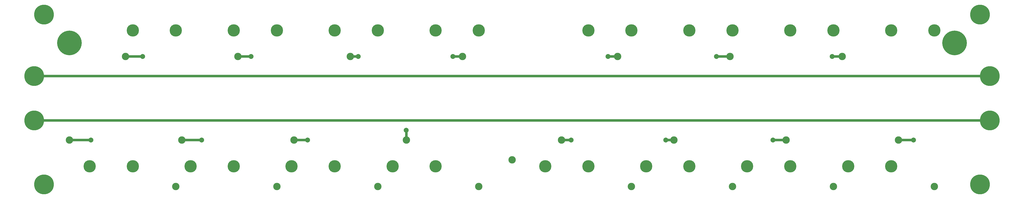
<source format=gtl>
G04*
G04 #@! TF.GenerationSoftware,Altium Limited,Altium Designer,19.0.14 (431)*
G04*
G04 Layer_Physical_Order=1*
G04 Layer_Color=255*
%FSLAX25Y25*%
%MOIN*%
G70*
G01*
G75*
%ADD10C,0.03937*%
%ADD18C,0.11811*%
%ADD19C,0.31496*%
%ADD20C,0.39370*%
%ADD21C,0.19685*%
%ADD22C,0.07874*%
D10*
X-763779Y-35433D02*
X763780D01*
X-763779Y35433D02*
X763780D01*
X641732Y-66929D02*
X641732Y-66929D01*
X617717Y-66929D02*
X641732D01*
X511811Y66929D02*
X527953D01*
X417323Y-66929D02*
X417323Y-66929D01*
X438189D01*
X326772Y66929D02*
X348425D01*
X245847Y-66929D02*
X258661D01*
X258661Y-66929D01*
X153543Y66929D02*
X168898D01*
X168898Y66929D01*
X94488Y-66929D02*
X94488Y-66929D01*
X79134Y-66929D02*
X94488D01*
X-94488Y66929D02*
X-79134D01*
X-79134Y66929D01*
X-169291Y-51181D02*
X-168898Y-51575D01*
Y-66929D02*
Y-51575D01*
X-258662Y66929D02*
X-258661Y66929D01*
X-245847D01*
X-348425Y-66929D02*
X-326772D01*
X-417323Y66929D02*
X-417323Y66929D01*
X-438189Y66929D02*
X-417323D01*
X-590551D02*
X-590551Y66929D01*
X-617717Y66929D02*
X-590551D01*
X-527953Y-66929D02*
X-496063D01*
X-707480D02*
X-673228D01*
X-707480Y-66929D02*
X-707480Y-66929D01*
D18*
X-707480Y-66929D02*
D03*
X-79134Y66929D02*
D03*
X79134Y-66929D02*
D03*
X258661D02*
D03*
X348425Y66929D02*
D03*
X438189Y-66929D02*
D03*
X527953Y66929D02*
D03*
X617717Y-66929D02*
D03*
X168898Y66929D02*
D03*
X-617717Y66929D02*
D03*
X-527953Y-66929D02*
D03*
X-438189Y66929D02*
D03*
X-348425Y-66929D02*
D03*
X-258662Y66929D02*
D03*
X-168898Y-66929D02*
D03*
X-375964Y-141024D02*
D03*
X-214547D02*
D03*
X190964D02*
D03*
X675216D02*
D03*
X-53130D02*
D03*
X352382D02*
D03*
X513799D02*
D03*
X-537382D02*
D03*
X-0Y-98425D02*
D03*
D19*
X748032Y-137795D02*
D03*
Y133858D02*
D03*
X-748032Y-137795D02*
D03*
Y133858D02*
D03*
X763780Y35433D02*
D03*
Y-35433D02*
D03*
X-763779D02*
D03*
Y35433D02*
D03*
D20*
X707480Y88583D02*
D03*
X-707480D02*
D03*
D21*
X-444882Y108661D02*
D03*
Y-108661D02*
D03*
X-513799D02*
D03*
X-375964Y108661D02*
D03*
X-283465D02*
D03*
Y-108661D02*
D03*
X-352382D02*
D03*
X-214547Y108661D02*
D03*
X122047D02*
D03*
Y-108661D02*
D03*
X53130D02*
D03*
X190964Y108661D02*
D03*
X606299D02*
D03*
Y-108661D02*
D03*
X537382D02*
D03*
X675216Y108661D02*
D03*
X-122047D02*
D03*
Y-108661D02*
D03*
X-190964D02*
D03*
X-53130Y108661D02*
D03*
X283465D02*
D03*
Y-108661D02*
D03*
X214547D02*
D03*
X352382Y108661D02*
D03*
X444882D02*
D03*
Y-108661D02*
D03*
X375964D02*
D03*
X513799Y108661D02*
D03*
X-606299D02*
D03*
Y-108661D02*
D03*
X-675216D02*
D03*
X-537382Y108661D02*
D03*
D22*
X641732Y-66929D02*
D03*
X511811Y66929D02*
D03*
X417323Y-66929D02*
D03*
X326772Y66929D02*
D03*
X245847Y-66929D02*
D03*
X153543Y66929D02*
D03*
X94488Y-66929D02*
D03*
X-94488Y66929D02*
D03*
X-169291Y-51181D02*
D03*
X-245847Y66929D02*
D03*
X-326772Y-66929D02*
D03*
X-417323Y66929D02*
D03*
X-590551D02*
D03*
X-496063Y-66929D02*
D03*
X-673228D02*
D03*
M02*

</source>
